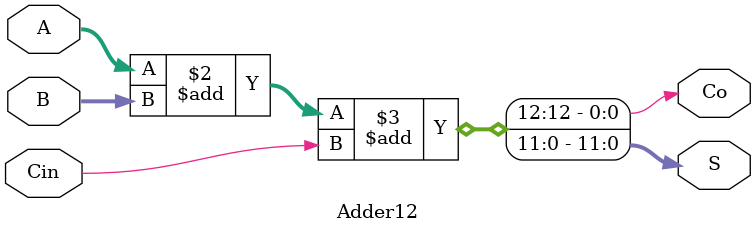
<source format=v>
`timescale 1ns / 1ps


module Adder12(A, B, Cin, S, Co );


   
    input [11:0] A, B;
    input Cin;
    output reg [11:0] S;
    output reg Co;
  
  always @(A,B,Cin) begin
  
     {Co, S}=A+B+Cin;
end

endmodule
</source>
